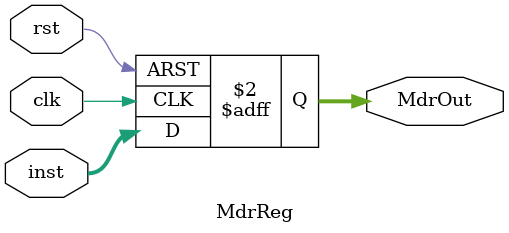
<source format=v>
`timescale 1ns/1ns
module MdrReg (clk, rst, inst, MdrOut);
  input [7:0] inst;
  input clk, rst;
  output reg [7:0] MdrOut;
  always@(posedge clk, posedge rst) begin
    if (rst)
      MdrOut <= 8'b0;
    else 
      MdrOut <= inst;
  end
endmodule




</source>
